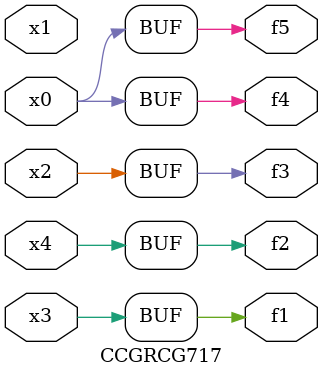
<source format=v>
module CCGRCG717(
	input x0, x1, x2, x3, x4,
	output f1, f2, f3, f4, f5
);
	assign f1 = x3;
	assign f2 = x4;
	assign f3 = x2;
	assign f4 = x0;
	assign f5 = x0;
endmodule

</source>
